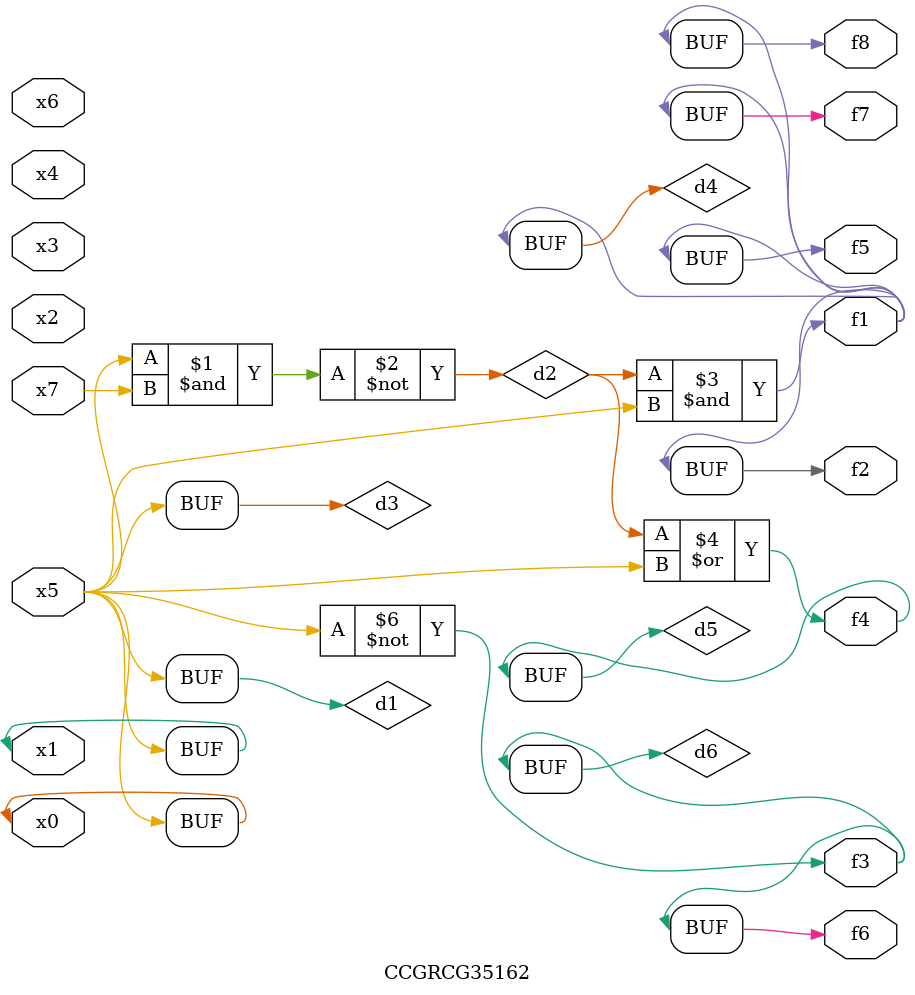
<source format=v>
module CCGRCG35162(
	input x0, x1, x2, x3, x4, x5, x6, x7,
	output f1, f2, f3, f4, f5, f6, f7, f8
);

	wire d1, d2, d3, d4, d5, d6;

	buf (d1, x0, x5);
	nand (d2, x5, x7);
	buf (d3, x0, x1);
	and (d4, d2, d3);
	or (d5, d2, d3);
	nor (d6, d1, d3);
	assign f1 = d4;
	assign f2 = d4;
	assign f3 = d6;
	assign f4 = d5;
	assign f5 = d4;
	assign f6 = d6;
	assign f7 = d4;
	assign f8 = d4;
endmodule

</source>
